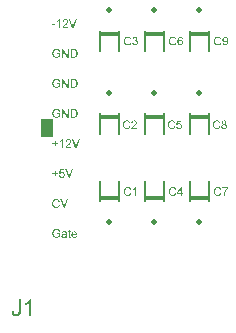
<source format=gto>
%FSLAX33Y33*%
%MOMM*%
%ADD10C,0.15*%
%ADD11C,0.3*%
%ADD12C,0.5*%
%ADD13R,1.X1.5*%
%ADD14C,0.5*%
D10*
%LNtop silkscreen_traces*%
%LNtop silkscreen component 868628c6aa7037bb*%
G01*
X12789Y20931D02*
X12789Y19201D01*
X14389Y20931D02*
X14389Y19201D01*
D11*
X12859Y20642D02*
X14319Y20642D01*
D12*
X13589Y22676D03*
G36*
X15368Y19966D02*
X15463Y19942D01*
X15445Y19887D01*
X15421Y19839D01*
X15392Y19798D01*
X15356Y19764D01*
X15315Y19737D01*
X15270Y19718D01*
X15220Y19707D01*
X15167Y19703D01*
X15111Y19706D01*
X15062Y19715D01*
X15017Y19729D01*
X14978Y19750D01*
X14944Y19776D01*
X14915Y19808D01*
X14889Y19844D01*
X14868Y19886D01*
X14851Y19932D01*
X14840Y19979D01*
X14833Y20028D01*
X14830Y20078D01*
X14833Y20132D01*
X14841Y20183D01*
X14854Y20230D01*
X14873Y20273D01*
X14897Y20312D01*
X14925Y20347D01*
X14957Y20376D01*
X14994Y20400D01*
X15035Y20419D01*
X15077Y20432D01*
X15122Y20440D01*
X15168Y20443D01*
X15220Y20440D01*
X15267Y20429D01*
X15310Y20412D01*
X15349Y20388D01*
X15383Y20358D01*
X15411Y20323D01*
X15434Y20281D01*
X15451Y20235D01*
X15358Y20213D01*
X15344Y20249D01*
X15327Y20280D01*
X15308Y20306D01*
X15285Y20326D01*
X15260Y20342D01*
X15232Y20353D01*
X15200Y20360D01*
X15166Y20362D01*
X15127Y20360D01*
X15090Y20352D01*
X15058Y20340D01*
X15028Y20322D01*
X15003Y20301D01*
X14981Y20276D01*
X14964Y20248D01*
X14950Y20216D01*
X14940Y20183D01*
X14933Y20149D01*
X14929Y20114D01*
X14928Y20079D01*
X14929Y20035D01*
X14934Y19993D01*
X14943Y19955D01*
X14954Y19919D01*
X14970Y19887D01*
X14988Y19860D01*
X15011Y19837D01*
X15037Y19818D01*
X15066Y19803D01*
X15096Y19792D01*
X15127Y19786D01*
X15159Y19784D01*
X15197Y19787D01*
X15232Y19795D01*
X15264Y19810D01*
X15294Y19830D01*
X15319Y19855D01*
X15340Y19887D01*
X15356Y19924D01*
X15368Y19966D01*
X15368Y19966D01*
X16000Y20256D02*
X15913Y20249D01*
X15906Y20273D01*
X15899Y20293D01*
X15890Y20310D01*
X15879Y20324D01*
X15861Y20340D01*
X15840Y20352D01*
X15817Y20359D01*
X15792Y20361D01*
X15771Y20360D01*
X15752Y20356D01*
X15734Y20348D01*
X15718Y20338D01*
X15698Y20321D01*
X15681Y20301D01*
X15665Y20277D01*
X15652Y20250D01*
X15642Y20218D01*
X15634Y20179D01*
X15629Y20135D01*
X15628Y20084D01*
X15674Y20048D01*
X15665Y20036D01*
X15652Y20010D01*
X15644Y19980D01*
X15641Y19947D01*
X15641Y19947D01*
X15642Y19924D01*
X15646Y19902D01*
X15652Y19881D01*
X15660Y19860D01*
X15671Y19841D01*
X15684Y19823D01*
X15698Y19809D01*
X15714Y19797D01*
X15732Y19787D01*
X15750Y19780D01*
X15768Y19776D01*
X15787Y19775D01*
X15814Y19778D01*
X15839Y19786D01*
X15862Y19800D01*
X15883Y19820D01*
X15900Y19844D01*
X15913Y19873D01*
X15920Y19905D01*
X15923Y19942D01*
X15920Y19977D01*
X15913Y20008D01*
X15901Y20036D01*
X15883Y20059D01*
X15862Y20078D01*
X15839Y20091D01*
X15813Y20099D01*
X15784Y20102D01*
X15755Y20099D01*
X15729Y20091D01*
X15705Y20078D01*
X15683Y20059D01*
X15674Y20048D01*
X15628Y20084D01*
X15644Y20107D01*
X15663Y20126D01*
X15683Y20143D01*
X15705Y20156D01*
X15728Y20166D01*
X15752Y20173D01*
X15776Y20178D01*
X15801Y20179D01*
X15844Y20175D01*
X15883Y20163D01*
X15918Y20143D01*
X15951Y20115D01*
X15978Y20080D01*
X15997Y20041D01*
X16009Y19996D01*
X16013Y19947D01*
X16011Y19914D01*
X16006Y19882D01*
X15996Y19852D01*
X15984Y19822D01*
X15968Y19795D01*
X15949Y19771D01*
X15928Y19751D01*
X15904Y19734D01*
X15878Y19720D01*
X15850Y19710D01*
X15820Y19705D01*
X15789Y19703D01*
X15736Y19708D01*
X15689Y19723D01*
X15647Y19748D01*
X15609Y19784D01*
X15579Y19831D01*
X15557Y19891D01*
X15544Y19964D01*
X15540Y20050D01*
X15545Y20147D01*
X15559Y20229D01*
X15583Y20298D01*
X15617Y20352D01*
X15653Y20388D01*
X15695Y20413D01*
X15743Y20429D01*
X15797Y20434D01*
X15837Y20431D01*
X15874Y20422D01*
X15907Y20407D01*
X15935Y20386D01*
X15960Y20360D01*
X15979Y20330D01*
X15992Y20295D01*
X16000Y20256D01*
X16000Y20256D01*
G37*
%LNtop silkscreen component 62b3e2272320442a*%
D10*
X8979Y20931D02*
X8979Y19201D01*
X10579Y20931D02*
X10579Y19201D01*
D11*
X9049Y20642D02*
X10509Y20642D01*
D12*
X9779Y22676D03*
G36*
X11558Y19966D02*
X11653Y19942D01*
X11635Y19887D01*
X11611Y19839D01*
X11582Y19798D01*
X11546Y19764D01*
X11505Y19737D01*
X11460Y19718D01*
X11410Y19707D01*
X11357Y19703D01*
X11301Y19706D01*
X11252Y19715D01*
X11207Y19729D01*
X11168Y19750D01*
X11134Y19776D01*
X11105Y19808D01*
X11079Y19844D01*
X11058Y19886D01*
X11041Y19932D01*
X11030Y19979D01*
X11023Y20028D01*
X11020Y20078D01*
X11023Y20132D01*
X11031Y20183D01*
X11044Y20230D01*
X11063Y20273D01*
X11087Y20312D01*
X11115Y20347D01*
X11147Y20376D01*
X11184Y20400D01*
X11225Y20419D01*
X11267Y20432D01*
X11312Y20440D01*
X11358Y20443D01*
X11410Y20440D01*
X11457Y20429D01*
X11500Y20412D01*
X11539Y20388D01*
X11573Y20358D01*
X11601Y20323D01*
X11624Y20281D01*
X11641Y20235D01*
X11548Y20213D01*
X11534Y20249D01*
X11517Y20280D01*
X11498Y20306D01*
X11475Y20326D01*
X11450Y20342D01*
X11422Y20353D01*
X11390Y20360D01*
X11356Y20362D01*
X11317Y20360D01*
X11280Y20352D01*
X11248Y20340D01*
X11218Y20322D01*
X11193Y20301D01*
X11171Y20276D01*
X11154Y20248D01*
X11140Y20216D01*
X11130Y20183D01*
X11123Y20149D01*
X11119Y20114D01*
X11118Y20079D01*
X11119Y20035D01*
X11124Y19993D01*
X11133Y19955D01*
X11144Y19919D01*
X11160Y19887D01*
X11178Y19860D01*
X11201Y19837D01*
X11227Y19818D01*
X11256Y19803D01*
X11286Y19792D01*
X11317Y19786D01*
X11349Y19784D01*
X11387Y19787D01*
X11422Y19795D01*
X11454Y19810D01*
X11484Y19830D01*
X11509Y19855D01*
X11530Y19887D01*
X11546Y19924D01*
X11558Y19966D01*
X11558Y19966D01*
X11735Y19904D02*
X11822Y19916D01*
X11831Y19881D01*
X11843Y19851D01*
X11857Y19827D01*
X11874Y19808D01*
X11893Y19794D01*
X11914Y19783D01*
X11937Y19777D01*
X11963Y19775D01*
X11992Y19778D01*
X12020Y19786D01*
X12045Y19799D01*
X12067Y19818D01*
X12086Y19841D01*
X12099Y19866D01*
X12107Y19894D01*
X12110Y19924D01*
X12108Y19953D01*
X12100Y19980D01*
X12088Y20003D01*
X12070Y20024D01*
X12049Y20042D01*
X12026Y20054D01*
X11999Y20061D01*
X11970Y20064D01*
X11957Y20063D01*
X11942Y20061D01*
X11926Y20058D01*
X11908Y20054D01*
X11918Y20131D01*
X11922Y20131D01*
X11926Y20130D01*
X11929Y20130D01*
X11932Y20130D01*
X11959Y20132D01*
X11985Y20137D01*
X12010Y20147D01*
X12033Y20159D01*
X12053Y20176D01*
X12067Y20197D01*
X12075Y20221D01*
X12078Y20250D01*
X12076Y20273D01*
X12070Y20294D01*
X12059Y20313D01*
X12045Y20330D01*
X12028Y20344D01*
X12008Y20354D01*
X11985Y20360D01*
X11961Y20361D01*
X11936Y20359D01*
X11914Y20353D01*
X11893Y20343D01*
X11875Y20329D01*
X11860Y20311D01*
X11847Y20289D01*
X11838Y20263D01*
X11831Y20233D01*
X11743Y20248D01*
X11754Y20290D01*
X11770Y20327D01*
X11791Y20358D01*
X11817Y20385D01*
X11847Y20406D01*
X11881Y20422D01*
X11918Y20431D01*
X11959Y20434D01*
X11987Y20432D01*
X12015Y20427D01*
X12041Y20420D01*
X12067Y20409D01*
X12090Y20395D01*
X12110Y20379D01*
X12127Y20361D01*
X12142Y20340D01*
X12153Y20318D01*
X12162Y20295D01*
X12166Y20272D01*
X12168Y20248D01*
X12167Y20225D01*
X12162Y20203D01*
X12154Y20183D01*
X12143Y20163D01*
X12129Y20145D01*
X12112Y20129D01*
X12092Y20115D01*
X12069Y20103D01*
X12099Y20093D01*
X12126Y20080D01*
X12149Y20063D01*
X12168Y20042D01*
X12183Y20017D01*
X12194Y19990D01*
X12201Y19960D01*
X12203Y19926D01*
X12199Y19881D01*
X12186Y19840D01*
X12165Y19802D01*
X12135Y19767D01*
X12098Y19739D01*
X12058Y19719D01*
X12012Y19706D01*
X11962Y19702D01*
X11917Y19706D01*
X11876Y19716D01*
X11839Y19734D01*
X11806Y19758D01*
X11778Y19789D01*
X11757Y19823D01*
X11742Y19861D01*
X11735Y19904D01*
X11735Y19904D01*
G37*
%LNtop silkscreen component fd34238b57d531db*%
D13*
X4500Y12700D03*
G36*
X5314Y3711D02*
X5314Y3797D01*
X5622Y3797D01*
X5622Y3527D01*
X5586Y3501D01*
X5550Y3478D01*
X5513Y3458D01*
X5475Y3442D01*
X5437Y3430D01*
X5399Y3421D01*
X5360Y3415D01*
X5321Y3414D01*
X5268Y3416D01*
X5218Y3425D01*
X5171Y3439D01*
X5126Y3459D01*
X5085Y3485D01*
X5049Y3516D01*
X5019Y3551D01*
X4994Y3592D01*
X4974Y3637D01*
X4960Y3684D01*
X4952Y3734D01*
X4949Y3786D01*
X4952Y3838D01*
X4960Y3889D01*
X4974Y3937D01*
X4993Y3984D01*
X5018Y4027D01*
X5048Y4065D01*
X5082Y4096D01*
X5121Y4121D01*
X5164Y4141D01*
X5211Y4155D01*
X5260Y4163D01*
X5313Y4166D01*
X5352Y4164D01*
X5388Y4159D01*
X5423Y4151D01*
X5456Y4140D01*
X5486Y4126D01*
X5513Y4110D01*
X5536Y4091D01*
X5556Y4069D01*
X5573Y4044D01*
X5588Y4016D01*
X5600Y3985D01*
X5611Y3950D01*
X5524Y3926D01*
X5515Y3952D01*
X5506Y3976D01*
X5495Y3996D01*
X5483Y4013D01*
X5470Y4028D01*
X5454Y4042D01*
X5435Y4054D01*
X5414Y4064D01*
X5391Y4073D01*
X5366Y4079D01*
X5341Y4082D01*
X5314Y4083D01*
X5282Y4082D01*
X5252Y4078D01*
X5225Y4072D01*
X5200Y4063D01*
X5177Y4052D01*
X5156Y4040D01*
X5138Y4026D01*
X5122Y4010D01*
X5108Y3994D01*
X5096Y3976D01*
X5085Y3958D01*
X5076Y3938D01*
X5064Y3904D01*
X5055Y3868D01*
X5050Y3831D01*
X5048Y3792D01*
X5050Y3745D01*
X5057Y3703D01*
X5067Y3664D01*
X5082Y3629D01*
X5100Y3599D01*
X5123Y3572D01*
X5149Y3550D01*
X5179Y3532D01*
X5212Y3518D01*
X5245Y3508D01*
X5280Y3502D01*
X5315Y3500D01*
X5346Y3502D01*
X5377Y3506D01*
X5407Y3514D01*
X5437Y3524D01*
X5465Y3537D01*
X5490Y3549D01*
X5510Y3562D01*
X5528Y3576D01*
X5528Y3711D01*
X5314Y3711D01*
X5314Y3711D01*
X6096Y3491D02*
X6071Y3471D01*
X6068Y3469D01*
X6034Y3519D01*
X6050Y3533D01*
X6063Y3550D01*
X6074Y3568D01*
X6081Y3585D01*
X6085Y3606D01*
X6088Y3630D01*
X6089Y3658D01*
X6089Y3690D01*
X6089Y3690D01*
X6061Y3681D01*
X6028Y3672D01*
X5988Y3664D01*
X5943Y3657D01*
X5917Y3653D01*
X5896Y3648D01*
X5878Y3644D01*
X5865Y3639D01*
X5854Y3633D01*
X5845Y3627D01*
X5837Y3619D01*
X5830Y3610D01*
X5824Y3600D01*
X5820Y3590D01*
X5818Y3579D01*
X5817Y3567D01*
X5819Y3550D01*
X5824Y3535D01*
X5832Y3521D01*
X5844Y3508D01*
X5859Y3497D01*
X5878Y3490D01*
X5899Y3486D01*
X5923Y3484D01*
X5949Y3485D01*
X5972Y3490D01*
X5994Y3497D01*
X6015Y3507D01*
X6034Y3519D01*
X6068Y3469D01*
X6047Y3455D01*
X6024Y3442D01*
X6001Y3431D01*
X5977Y3424D01*
X5953Y3418D01*
X5928Y3415D01*
X5902Y3414D01*
X5861Y3417D01*
X5825Y3425D01*
X5794Y3438D01*
X5769Y3457D01*
X5748Y3479D01*
X5734Y3505D01*
X5725Y3533D01*
X5722Y3565D01*
X5723Y3584D01*
X5726Y3602D01*
X5732Y3619D01*
X5740Y3636D01*
X5749Y3651D01*
X5760Y3664D01*
X5772Y3676D01*
X5786Y3687D01*
X5800Y3696D01*
X5816Y3704D01*
X5833Y3711D01*
X5850Y3716D01*
X5865Y3720D01*
X5883Y3723D01*
X5905Y3726D01*
X5929Y3730D01*
X5980Y3736D01*
X6023Y3744D01*
X6060Y3752D01*
X6089Y3760D01*
X6089Y3769D01*
X6089Y3775D01*
X6089Y3780D01*
X6089Y3784D01*
X6088Y3809D01*
X6083Y3830D01*
X6075Y3847D01*
X6064Y3861D01*
X6045Y3874D01*
X6021Y3883D01*
X5994Y3889D01*
X5962Y3891D01*
X5933Y3889D01*
X5907Y3885D01*
X5886Y3878D01*
X5869Y3869D01*
X5855Y3856D01*
X5843Y3838D01*
X5833Y3817D01*
X5825Y3791D01*
X5737Y3803D01*
X5744Y3829D01*
X5753Y3853D01*
X5764Y3874D01*
X5777Y3893D01*
X5792Y3909D01*
X5810Y3924D01*
X5831Y3936D01*
X5855Y3946D01*
X5882Y3954D01*
X5911Y3960D01*
X5942Y3964D01*
X5975Y3965D01*
X6007Y3964D01*
X6036Y3961D01*
X6062Y3956D01*
X6085Y3949D01*
X6104Y3940D01*
X6121Y3931D01*
X6135Y3920D01*
X6147Y3909D01*
X6156Y3896D01*
X6164Y3882D01*
X6170Y3866D01*
X6174Y3848D01*
X6176Y3834D01*
X6178Y3816D01*
X6179Y3793D01*
X6179Y3766D01*
X6179Y3647D01*
X6179Y3590D01*
X6180Y3545D01*
X6182Y3511D01*
X6185Y3489D01*
X6188Y3473D01*
X6193Y3457D01*
X6199Y3441D01*
X6207Y3426D01*
X6114Y3426D01*
X6108Y3440D01*
X6103Y3456D01*
X6099Y3473D01*
X6096Y3491D01*
X6096Y3491D01*
X6512Y3506D02*
X6525Y3427D01*
X6507Y3424D01*
X6489Y3421D01*
X6473Y3420D01*
X6458Y3419D01*
X6435Y3420D01*
X6415Y3423D01*
X6397Y3428D01*
X6382Y3434D01*
X6370Y3443D01*
X6359Y3452D01*
X6351Y3463D01*
X6345Y3475D01*
X6340Y3491D01*
X6336Y3514D01*
X6334Y3544D01*
X6334Y3580D01*
X6334Y3883D01*
X6268Y3883D01*
X6268Y3953D01*
X6334Y3953D01*
X6334Y4083D01*
X6423Y4137D01*
X6423Y3953D01*
X6512Y3953D01*
X6512Y3883D01*
X6423Y3883D01*
X6423Y3575D01*
X6423Y3558D01*
X6424Y3544D01*
X6425Y3533D01*
X6427Y3526D01*
X6430Y3521D01*
X6433Y3516D01*
X6438Y3512D01*
X6443Y3509D01*
X6449Y3506D01*
X6456Y3504D01*
X6464Y3503D01*
X6473Y3502D01*
X6481Y3503D01*
X6490Y3503D01*
X6501Y3504D01*
X6512Y3506D01*
X6512Y3506D01*
X6960Y3596D02*
X7053Y3584D01*
X7039Y3546D01*
X7021Y3512D01*
X6999Y3483D01*
X6972Y3459D01*
X6940Y3439D01*
X6904Y3425D01*
X6865Y3417D01*
X6821Y3414D01*
X6766Y3419D01*
X6717Y3432D01*
X6674Y3454D01*
X6638Y3485D01*
X6608Y3524D01*
X6587Y3571D01*
X6574Y3624D01*
X6570Y3685D01*
X6574Y3748D01*
X6587Y3803D01*
X6608Y3851D01*
X6638Y3891D01*
X6675Y3923D01*
X6717Y3946D01*
X6764Y3960D01*
X6816Y3965D01*
X6823Y3964D01*
X6817Y3891D01*
X6787Y3889D01*
X6760Y3881D01*
X6736Y3868D01*
X6713Y3850D01*
X6695Y3828D01*
X6681Y3802D01*
X6672Y3773D01*
X6667Y3740D01*
X6667Y3740D01*
X6961Y3740D01*
X6957Y3771D01*
X6950Y3798D01*
X6940Y3821D01*
X6928Y3840D01*
X6905Y3862D01*
X6879Y3878D01*
X6849Y3888D01*
X6817Y3891D01*
X6823Y3964D01*
X6866Y3960D01*
X6912Y3947D01*
X6953Y3924D01*
X6989Y3893D01*
X7018Y3853D01*
X7039Y3806D01*
X7051Y3752D01*
X7056Y3690D01*
X7055Y3686D01*
X7055Y3680D01*
X7055Y3674D01*
X7055Y3667D01*
X6662Y3667D01*
X6667Y3626D01*
X6677Y3590D01*
X6692Y3559D01*
X6711Y3534D01*
X6735Y3513D01*
X6761Y3499D01*
X6790Y3490D01*
X6821Y3488D01*
X6845Y3489D01*
X6867Y3494D01*
X6887Y3502D01*
X6905Y3513D01*
X6922Y3528D01*
X6936Y3547D01*
X6949Y3569D01*
X6960Y3596D01*
X6960Y3596D01*
X5492Y6221D02*
X5589Y6197D01*
X5570Y6141D01*
X5546Y6092D01*
X5516Y6051D01*
X5480Y6016D01*
X5438Y5989D01*
X5392Y5969D01*
X5342Y5957D01*
X5287Y5954D01*
X5231Y5957D01*
X5181Y5966D01*
X5136Y5981D01*
X5096Y6001D01*
X5062Y6028D01*
X5031Y6060D01*
X5005Y6097D01*
X4984Y6140D01*
X4967Y6186D01*
X4955Y6234D01*
X4948Y6284D01*
X4946Y6335D01*
X4948Y6390D01*
X4956Y6441D01*
X4970Y6489D01*
X4989Y6533D01*
X5013Y6573D01*
X5042Y6608D01*
X5075Y6637D01*
X5113Y6662D01*
X5154Y6681D01*
X5197Y6695D01*
X5242Y6703D01*
X5289Y6706D01*
X5341Y6702D01*
X5389Y6692D01*
X5433Y6674D01*
X5472Y6650D01*
X5507Y6620D01*
X5536Y6583D01*
X5559Y6541D01*
X5576Y6494D01*
X5481Y6472D01*
X5467Y6509D01*
X5450Y6540D01*
X5431Y6566D01*
X5408Y6587D01*
X5382Y6603D01*
X5354Y6614D01*
X5322Y6621D01*
X5287Y6623D01*
X5247Y6621D01*
X5210Y6613D01*
X5177Y6601D01*
X5147Y6583D01*
X5121Y6561D01*
X5099Y6536D01*
X5081Y6507D01*
X5068Y6475D01*
X5058Y6441D01*
X5051Y6406D01*
X5046Y6371D01*
X5045Y6336D01*
X5047Y6291D01*
X5052Y6249D01*
X5060Y6210D01*
X5072Y6174D01*
X5087Y6141D01*
X5106Y6113D01*
X5129Y6089D01*
X5156Y6070D01*
X5185Y6055D01*
X5215Y6045D01*
X5247Y6038D01*
X5279Y6036D01*
X5318Y6039D01*
X5354Y6048D01*
X5387Y6062D01*
X5416Y6083D01*
X5442Y6109D01*
X5463Y6141D01*
X5480Y6178D01*
X5492Y6221D01*
X5492Y6221D01*
X5915Y5966D02*
X5633Y6693D01*
X5737Y6693D01*
X5926Y6165D01*
X5937Y6134D01*
X5947Y6103D01*
X5956Y6074D01*
X5965Y6046D01*
X5973Y6076D01*
X5983Y6105D01*
X5993Y6135D01*
X6004Y6165D01*
X6200Y6693D01*
X6298Y6693D01*
X6014Y5966D01*
X5915Y5966D01*
X5915Y5966D01*
X5149Y8624D02*
X5149Y8823D01*
X4952Y8823D01*
X4952Y8906D01*
X5149Y8906D01*
X5149Y9104D01*
X5234Y9104D01*
X5234Y8906D01*
X5432Y8906D01*
X5432Y8823D01*
X5234Y8823D01*
X5234Y8624D01*
X5149Y8624D01*
X5149Y8624D01*
X5531Y8697D02*
X5624Y8704D01*
X5631Y8672D01*
X5642Y8644D01*
X5655Y8621D01*
X5673Y8601D01*
X5693Y8586D01*
X5715Y8576D01*
X5738Y8569D01*
X5764Y8567D01*
X5795Y8570D01*
X5824Y8579D01*
X5850Y8594D01*
X5873Y8616D01*
X5893Y8642D01*
X5907Y8672D01*
X5915Y8706D01*
X5918Y8745D01*
X5915Y8781D01*
X5907Y8813D01*
X5894Y8841D01*
X5875Y8865D01*
X5852Y8884D01*
X5826Y8898D01*
X5796Y8907D01*
X5763Y8909D01*
X5742Y8908D01*
X5722Y8904D01*
X5703Y8898D01*
X5685Y8890D01*
X5668Y8879D01*
X5654Y8867D01*
X5641Y8854D01*
X5630Y8839D01*
X5546Y8850D01*
X5617Y9223D01*
X5978Y9223D01*
X5978Y9138D01*
X5688Y9138D01*
X5649Y8943D01*
X5682Y8963D01*
X5716Y8977D01*
X5751Y8985D01*
X5786Y8988D01*
X5832Y8984D01*
X5874Y8972D01*
X5913Y8951D01*
X5947Y8922D01*
X5976Y8887D01*
X5996Y8847D01*
X6009Y8802D01*
X6013Y8753D01*
X6009Y8705D01*
X5998Y8661D01*
X5980Y8620D01*
X5955Y8582D01*
X5917Y8543D01*
X5872Y8516D01*
X5822Y8499D01*
X5764Y8494D01*
X5717Y8497D01*
X5674Y8507D01*
X5636Y8525D01*
X5602Y8549D01*
X5574Y8579D01*
X5553Y8614D01*
X5538Y8653D01*
X5531Y8697D01*
X5531Y8697D01*
X6340Y8506D02*
X6058Y9233D01*
X6162Y9233D01*
X6351Y8705D01*
X6362Y8674D01*
X6372Y8643D01*
X6381Y8614D01*
X6389Y8586D01*
X6398Y8616D01*
X6407Y8645D01*
X6418Y8675D01*
X6428Y8705D01*
X6625Y9233D01*
X6723Y9233D01*
X6438Y8506D01*
X6340Y8506D01*
X6340Y8506D01*
X5149Y11164D02*
X5149Y11363D01*
X4952Y11363D01*
X4952Y11446D01*
X5149Y11446D01*
X5149Y11644D01*
X5234Y11644D01*
X5234Y11446D01*
X5432Y11446D01*
X5432Y11363D01*
X5234Y11363D01*
X5234Y11164D01*
X5149Y11164D01*
X5149Y11164D01*
X5867Y11046D02*
X5778Y11046D01*
X5778Y11615D01*
X5760Y11600D01*
X5740Y11584D01*
X5718Y11569D01*
X5693Y11554D01*
X5667Y11539D01*
X5643Y11527D01*
X5620Y11516D01*
X5599Y11507D01*
X5599Y11594D01*
X5635Y11612D01*
X5669Y11633D01*
X5701Y11655D01*
X5730Y11679D01*
X5756Y11704D01*
X5778Y11728D01*
X5796Y11752D01*
X5809Y11776D01*
X5867Y11776D01*
X5867Y11046D01*
X5867Y11046D01*
X6565Y11132D02*
X6565Y11046D01*
X6084Y11046D01*
X6084Y11062D01*
X6086Y11078D01*
X6090Y11093D01*
X6095Y11108D01*
X6105Y11132D01*
X6118Y11157D01*
X6135Y11181D01*
X6153Y11205D01*
X6176Y11229D01*
X6203Y11256D01*
X6234Y11285D01*
X6270Y11315D01*
X6325Y11361D01*
X6370Y11402D01*
X6405Y11438D01*
X6430Y11469D01*
X6449Y11497D01*
X6462Y11524D01*
X6470Y11551D01*
X6472Y11576D01*
X6470Y11602D01*
X6463Y11625D01*
X6451Y11647D01*
X6434Y11666D01*
X6414Y11682D01*
X6390Y11693D01*
X6364Y11700D01*
X6335Y11702D01*
X6305Y11700D01*
X6277Y11693D01*
X6253Y11681D01*
X6232Y11664D01*
X6215Y11642D01*
X6203Y11617D01*
X6195Y11589D01*
X6193Y11556D01*
X6101Y11566D01*
X6109Y11614D01*
X6123Y11656D01*
X6144Y11692D01*
X6172Y11722D01*
X6205Y11746D01*
X6244Y11763D01*
X6288Y11773D01*
X6337Y11776D01*
X6387Y11773D01*
X6431Y11762D01*
X6470Y11744D01*
X6503Y11718D01*
X6530Y11687D01*
X6549Y11653D01*
X6560Y11616D01*
X6564Y11574D01*
X6563Y11553D01*
X6559Y11531D01*
X6554Y11510D01*
X6546Y11489D01*
X6536Y11467D01*
X6522Y11445D01*
X6506Y11423D01*
X6487Y11400D01*
X6463Y11374D01*
X6432Y11344D01*
X6394Y11310D01*
X6349Y11272D01*
X6312Y11241D01*
X6283Y11215D01*
X6261Y11195D01*
X6246Y11180D01*
X6235Y11168D01*
X6225Y11156D01*
X6216Y11144D01*
X6208Y11132D01*
X6565Y11132D01*
X6565Y11132D01*
X6905Y11046D02*
X6623Y11773D01*
X6727Y11773D01*
X6916Y11245D01*
X6927Y11214D01*
X6937Y11183D01*
X6946Y11154D01*
X6954Y11126D01*
X6963Y11156D01*
X6973Y11185D01*
X6983Y11215D01*
X6994Y11245D01*
X7190Y11773D01*
X7288Y11773D01*
X7003Y11046D01*
X6905Y11046D01*
X6905Y11046D01*
X4927Y21424D02*
X4927Y21514D01*
X5202Y21514D01*
X5202Y21424D01*
X4927Y21424D01*
X4927Y21424D01*
X5612Y21206D02*
X5523Y21206D01*
X5523Y21775D01*
X5505Y21760D01*
X5485Y21744D01*
X5463Y21729D01*
X5438Y21714D01*
X5412Y21699D01*
X5388Y21687D01*
X5365Y21676D01*
X5344Y21667D01*
X5344Y21754D01*
X5380Y21772D01*
X5414Y21793D01*
X5446Y21815D01*
X5475Y21839D01*
X5501Y21864D01*
X5523Y21888D01*
X5541Y21912D01*
X5554Y21936D01*
X5612Y21936D01*
X5612Y21206D01*
X5612Y21206D01*
X6310Y21292D02*
X6310Y21206D01*
X5829Y21206D01*
X5829Y21222D01*
X5831Y21238D01*
X5835Y21253D01*
X5840Y21268D01*
X5850Y21292D01*
X5863Y21317D01*
X5880Y21341D01*
X5898Y21365D01*
X5921Y21389D01*
X5948Y21416D01*
X5979Y21445D01*
X6015Y21475D01*
X6070Y21521D01*
X6115Y21562D01*
X6150Y21598D01*
X6175Y21629D01*
X6194Y21657D01*
X6207Y21684D01*
X6214Y21711D01*
X6217Y21736D01*
X6215Y21762D01*
X6208Y21785D01*
X6196Y21807D01*
X6179Y21826D01*
X6159Y21842D01*
X6135Y21853D01*
X6109Y21860D01*
X6080Y21862D01*
X6050Y21860D01*
X6022Y21853D01*
X5998Y21841D01*
X5977Y21824D01*
X5960Y21802D01*
X5948Y21777D01*
X5940Y21749D01*
X5938Y21716D01*
X5846Y21726D01*
X5854Y21774D01*
X5868Y21816D01*
X5889Y21852D01*
X5917Y21882D01*
X5950Y21906D01*
X5989Y21923D01*
X6033Y21933D01*
X6082Y21936D01*
X6132Y21933D01*
X6176Y21922D01*
X6215Y21904D01*
X6248Y21878D01*
X6275Y21847D01*
X6294Y21813D01*
X6305Y21776D01*
X6309Y21734D01*
X6308Y21713D01*
X6304Y21691D01*
X6299Y21670D01*
X6291Y21649D01*
X6281Y21627D01*
X6267Y21605D01*
X6251Y21583D01*
X6232Y21560D01*
X6208Y21534D01*
X6177Y21504D01*
X6139Y21470D01*
X6094Y21432D01*
X6057Y21401D01*
X6028Y21375D01*
X6006Y21355D01*
X5991Y21340D01*
X5980Y21328D01*
X5970Y21316D01*
X5961Y21304D01*
X5953Y21292D01*
X6310Y21292D01*
X6310Y21292D01*
X6650Y21206D02*
X6368Y21933D01*
X6472Y21933D01*
X6661Y21405D01*
X6672Y21374D01*
X6682Y21343D01*
X6691Y21314D01*
X6699Y21286D01*
X6708Y21316D01*
X6718Y21345D01*
X6728Y21375D01*
X6738Y21405D01*
X6935Y21933D01*
X7033Y21933D01*
X6748Y21206D01*
X6650Y21206D01*
X6650Y21206D01*
X5314Y18951D02*
X5314Y19037D01*
X5622Y19037D01*
X5622Y18767D01*
X5586Y18741D01*
X5550Y18718D01*
X5513Y18698D01*
X5475Y18682D01*
X5437Y18670D01*
X5399Y18661D01*
X5360Y18655D01*
X5321Y18654D01*
X5268Y18656D01*
X5218Y18665D01*
X5171Y18679D01*
X5126Y18699D01*
X5085Y18725D01*
X5049Y18756D01*
X5019Y18791D01*
X4994Y18832D01*
X4974Y18877D01*
X4960Y18924D01*
X4952Y18974D01*
X4949Y19026D01*
X4952Y19078D01*
X4960Y19129D01*
X4974Y19177D01*
X4993Y19224D01*
X5018Y19267D01*
X5048Y19305D01*
X5082Y19336D01*
X5121Y19361D01*
X5164Y19381D01*
X5211Y19395D01*
X5260Y19403D01*
X5313Y19406D01*
X5352Y19404D01*
X5388Y19399D01*
X5423Y19391D01*
X5456Y19380D01*
X5486Y19366D01*
X5513Y19350D01*
X5536Y19331D01*
X5556Y19309D01*
X5573Y19284D01*
X5588Y19256D01*
X5600Y19225D01*
X5611Y19190D01*
X5524Y19166D01*
X5515Y19192D01*
X5506Y19216D01*
X5495Y19236D01*
X5483Y19253D01*
X5470Y19268D01*
X5454Y19282D01*
X5435Y19294D01*
X5414Y19304D01*
X5391Y19313D01*
X5366Y19319D01*
X5341Y19322D01*
X5314Y19323D01*
X5282Y19322D01*
X5252Y19318D01*
X5225Y19312D01*
X5200Y19303D01*
X5177Y19292D01*
X5156Y19280D01*
X5138Y19266D01*
X5122Y19250D01*
X5108Y19234D01*
X5096Y19216D01*
X5085Y19198D01*
X5076Y19178D01*
X5064Y19144D01*
X5055Y19108D01*
X5050Y19071D01*
X5048Y19032D01*
X5050Y18985D01*
X5057Y18943D01*
X5067Y18904D01*
X5082Y18869D01*
X5100Y18839D01*
X5123Y18812D01*
X5149Y18790D01*
X5179Y18772D01*
X5212Y18758D01*
X5245Y18748D01*
X5280Y18742D01*
X5315Y18740D01*
X5346Y18742D01*
X5377Y18746D01*
X5407Y18754D01*
X5437Y18764D01*
X5465Y18777D01*
X5490Y18789D01*
X5510Y18802D01*
X5528Y18816D01*
X5528Y18951D01*
X5314Y18951D01*
X5314Y18951D01*
X5763Y18666D02*
X5763Y19393D01*
X5861Y19393D01*
X6243Y18822D01*
X6243Y19393D01*
X6336Y19393D01*
X6336Y18666D01*
X6237Y18666D01*
X5855Y19238D01*
X5855Y18666D01*
X5763Y18666D01*
X5763Y18666D01*
X6497Y18666D02*
X6497Y19393D01*
X6746Y19393D01*
X6746Y19307D01*
X6594Y19307D01*
X6594Y18752D01*
X6594Y18752D01*
X6749Y18752D01*
X6783Y18753D01*
X6813Y18755D01*
X6839Y18759D01*
X6862Y18765D01*
X6881Y18773D01*
X6899Y18781D01*
X6914Y18791D01*
X6927Y18803D01*
X6943Y18822D01*
X6957Y18843D01*
X6970Y18868D01*
X6980Y18895D01*
X6989Y18925D01*
X6995Y18959D01*
X6998Y18995D01*
X6999Y19035D01*
X6997Y19089D01*
X6990Y19136D01*
X6978Y19177D01*
X6962Y19210D01*
X6942Y19239D01*
X6921Y19262D01*
X6897Y19280D01*
X6871Y19293D01*
X6849Y19299D01*
X6820Y19304D01*
X6786Y19307D01*
X6746Y19307D01*
X6746Y19393D01*
X6748Y19393D01*
X6788Y19393D01*
X6823Y19391D01*
X6853Y19387D01*
X6877Y19383D01*
X6908Y19374D01*
X6935Y19363D01*
X6961Y19348D01*
X6984Y19331D01*
X7011Y19305D01*
X7034Y19275D01*
X7054Y19243D01*
X7070Y19206D01*
X7083Y19167D01*
X7092Y19125D01*
X7097Y19081D01*
X7099Y19034D01*
X7097Y18993D01*
X7094Y18955D01*
X7088Y18920D01*
X7079Y18887D01*
X7069Y18856D01*
X7057Y18828D01*
X7044Y18803D01*
X7030Y18781D01*
X7014Y18761D01*
X6998Y18743D01*
X6981Y18728D01*
X6963Y18715D01*
X6945Y18704D01*
X6924Y18694D01*
X6901Y18685D01*
X6877Y18678D01*
X6850Y18673D01*
X6822Y18669D01*
X6792Y18667D01*
X6760Y18666D01*
X6497Y18666D01*
X6497Y18666D01*
X5314Y16411D02*
X5314Y16497D01*
X5622Y16497D01*
X5622Y16227D01*
X5586Y16201D01*
X5550Y16178D01*
X5513Y16158D01*
X5475Y16142D01*
X5437Y16130D01*
X5399Y16121D01*
X5360Y16115D01*
X5321Y16114D01*
X5268Y16116D01*
X5218Y16125D01*
X5171Y16139D01*
X5126Y16159D01*
X5085Y16185D01*
X5049Y16216D01*
X5019Y16251D01*
X4994Y16292D01*
X4974Y16337D01*
X4960Y16384D01*
X4952Y16434D01*
X4949Y16486D01*
X4952Y16538D01*
X4960Y16589D01*
X4974Y16637D01*
X4993Y16684D01*
X5018Y16727D01*
X5048Y16765D01*
X5082Y16796D01*
X5121Y16821D01*
X5164Y16841D01*
X5211Y16855D01*
X5260Y16863D01*
X5313Y16866D01*
X5352Y16864D01*
X5388Y16859D01*
X5423Y16851D01*
X5456Y16840D01*
X5486Y16826D01*
X5513Y16810D01*
X5536Y16791D01*
X5556Y16769D01*
X5573Y16744D01*
X5588Y16716D01*
X5600Y16685D01*
X5611Y16650D01*
X5524Y16626D01*
X5515Y16652D01*
X5506Y16676D01*
X5495Y16696D01*
X5483Y16713D01*
X5470Y16728D01*
X5454Y16742D01*
X5435Y16754D01*
X5414Y16764D01*
X5391Y16773D01*
X5366Y16779D01*
X5341Y16782D01*
X5314Y16783D01*
X5282Y16782D01*
X5252Y16778D01*
X5225Y16772D01*
X5200Y16763D01*
X5177Y16752D01*
X5156Y16740D01*
X5138Y16726D01*
X5122Y16710D01*
X5108Y16694D01*
X5096Y16676D01*
X5085Y16658D01*
X5076Y16638D01*
X5064Y16604D01*
X5055Y16568D01*
X5050Y16531D01*
X5048Y16492D01*
X5050Y16445D01*
X5057Y16403D01*
X5067Y16364D01*
X5082Y16329D01*
X5100Y16299D01*
X5123Y16272D01*
X5149Y16250D01*
X5179Y16232D01*
X5212Y16218D01*
X5245Y16208D01*
X5280Y16202D01*
X5315Y16200D01*
X5346Y16202D01*
X5377Y16206D01*
X5407Y16214D01*
X5437Y16224D01*
X5465Y16237D01*
X5490Y16249D01*
X5510Y16262D01*
X5528Y16276D01*
X5528Y16411D01*
X5314Y16411D01*
X5314Y16411D01*
X5763Y16126D02*
X5763Y16853D01*
X5861Y16853D01*
X6243Y16282D01*
X6243Y16853D01*
X6336Y16853D01*
X6336Y16126D01*
X6237Y16126D01*
X5855Y16698D01*
X5855Y16126D01*
X5763Y16126D01*
X5763Y16126D01*
X6497Y16126D02*
X6497Y16853D01*
X6746Y16853D01*
X6746Y16767D01*
X6594Y16767D01*
X6594Y16212D01*
X6594Y16212D01*
X6749Y16212D01*
X6783Y16213D01*
X6813Y16215D01*
X6839Y16219D01*
X6862Y16225D01*
X6881Y16233D01*
X6899Y16241D01*
X6914Y16251D01*
X6927Y16263D01*
X6943Y16282D01*
X6957Y16303D01*
X6970Y16328D01*
X6980Y16355D01*
X6989Y16385D01*
X6995Y16419D01*
X6998Y16455D01*
X6999Y16495D01*
X6997Y16549D01*
X6990Y16596D01*
X6978Y16637D01*
X6962Y16670D01*
X6942Y16699D01*
X6921Y16722D01*
X6897Y16740D01*
X6871Y16753D01*
X6849Y16759D01*
X6820Y16764D01*
X6786Y16767D01*
X6746Y16767D01*
X6746Y16853D01*
X6748Y16853D01*
X6788Y16853D01*
X6823Y16851D01*
X6853Y16847D01*
X6877Y16843D01*
X6908Y16834D01*
X6935Y16823D01*
X6961Y16808D01*
X6984Y16791D01*
X7011Y16765D01*
X7034Y16735D01*
X7054Y16703D01*
X7070Y16666D01*
X7083Y16627D01*
X7092Y16585D01*
X7097Y16541D01*
X7099Y16494D01*
X7097Y16453D01*
X7094Y16415D01*
X7088Y16380D01*
X7079Y16347D01*
X7069Y16316D01*
X7057Y16288D01*
X7044Y16263D01*
X7030Y16241D01*
X7014Y16221D01*
X6998Y16203D01*
X6981Y16188D01*
X6963Y16175D01*
X6945Y16164D01*
X6924Y16154D01*
X6901Y16145D01*
X6877Y16138D01*
X6850Y16133D01*
X6822Y16129D01*
X6792Y16127D01*
X6760Y16126D01*
X6497Y16126D01*
X6497Y16126D01*
X5314Y13871D02*
X5314Y13957D01*
X5622Y13957D01*
X5622Y13687D01*
X5586Y13661D01*
X5550Y13638D01*
X5513Y13618D01*
X5475Y13602D01*
X5437Y13590D01*
X5399Y13581D01*
X5360Y13575D01*
X5321Y13574D01*
X5268Y13576D01*
X5218Y13585D01*
X5171Y13599D01*
X5126Y13619D01*
X5085Y13645D01*
X5049Y13676D01*
X5019Y13711D01*
X4994Y13752D01*
X4974Y13797D01*
X4960Y13844D01*
X4952Y13894D01*
X4949Y13946D01*
X4952Y13998D01*
X4960Y14049D01*
X4974Y14097D01*
X4993Y14144D01*
X5018Y14187D01*
X5048Y14225D01*
X5082Y14256D01*
X5121Y14281D01*
X5164Y14301D01*
X5211Y14315D01*
X5260Y14323D01*
X5313Y14326D01*
X5352Y14324D01*
X5388Y14319D01*
X5423Y14311D01*
X5456Y14300D01*
X5486Y14286D01*
X5513Y14270D01*
X5536Y14251D01*
X5556Y14229D01*
X5573Y14204D01*
X5588Y14176D01*
X5600Y14145D01*
X5611Y14110D01*
X5524Y14086D01*
X5515Y14112D01*
X5506Y14136D01*
X5495Y14156D01*
X5483Y14173D01*
X5470Y14188D01*
X5454Y14202D01*
X5435Y14214D01*
X5414Y14224D01*
X5391Y14233D01*
X5366Y14239D01*
X5341Y14242D01*
X5314Y14243D01*
X5282Y14242D01*
X5252Y14238D01*
X5225Y14232D01*
X5200Y14223D01*
X5177Y14212D01*
X5156Y14200D01*
X5138Y14186D01*
X5122Y14170D01*
X5108Y14154D01*
X5096Y14136D01*
X5085Y14118D01*
X5076Y14098D01*
X5064Y14064D01*
X5055Y14028D01*
X5050Y13991D01*
X5048Y13952D01*
X5050Y13905D01*
X5057Y13863D01*
X5067Y13824D01*
X5082Y13789D01*
X5100Y13759D01*
X5123Y13732D01*
X5149Y13710D01*
X5179Y13692D01*
X5212Y13678D01*
X5245Y13668D01*
X5280Y13662D01*
X5315Y13660D01*
X5346Y13662D01*
X5377Y13666D01*
X5407Y13674D01*
X5437Y13684D01*
X5465Y13697D01*
X5490Y13709D01*
X5510Y13722D01*
X5528Y13736D01*
X5528Y13871D01*
X5314Y13871D01*
X5314Y13871D01*
X5763Y13586D02*
X5763Y14313D01*
X5861Y14313D01*
X6243Y13742D01*
X6243Y14313D01*
X6336Y14313D01*
X6336Y13586D01*
X6237Y13586D01*
X5855Y14158D01*
X5855Y13586D01*
X5763Y13586D01*
X5763Y13586D01*
X6497Y13586D02*
X6497Y14313D01*
X6746Y14313D01*
X6746Y14227D01*
X6594Y14227D01*
X6594Y13672D01*
X6594Y13672D01*
X6749Y13672D01*
X6783Y13673D01*
X6813Y13675D01*
X6839Y13679D01*
X6862Y13685D01*
X6881Y13693D01*
X6899Y13701D01*
X6914Y13711D01*
X6927Y13723D01*
X6943Y13742D01*
X6957Y13763D01*
X6970Y13788D01*
X6980Y13815D01*
X6989Y13845D01*
X6995Y13879D01*
X6998Y13915D01*
X6999Y13955D01*
X6997Y14009D01*
X6990Y14056D01*
X6978Y14097D01*
X6962Y14130D01*
X6942Y14159D01*
X6921Y14182D01*
X6897Y14200D01*
X6871Y14213D01*
X6849Y14219D01*
X6820Y14224D01*
X6786Y14227D01*
X6746Y14227D01*
X6746Y14313D01*
X6748Y14313D01*
X6788Y14313D01*
X6823Y14311D01*
X6853Y14307D01*
X6877Y14303D01*
X6908Y14294D01*
X6935Y14283D01*
X6961Y14268D01*
X6984Y14251D01*
X7011Y14225D01*
X7034Y14195D01*
X7054Y14163D01*
X7070Y14126D01*
X7083Y14087D01*
X7092Y14045D01*
X7097Y14001D01*
X7099Y13954D01*
X7097Y13913D01*
X7094Y13875D01*
X7088Y13840D01*
X7079Y13807D01*
X7069Y13776D01*
X7057Y13748D01*
X7044Y13723D01*
X7030Y13701D01*
X7014Y13681D01*
X6998Y13663D01*
X6981Y13648D01*
X6963Y13635D01*
X6945Y13624D01*
X6924Y13614D01*
X6901Y13605D01*
X6877Y13598D01*
X6850Y13593D01*
X6822Y13589D01*
X6792Y13587D01*
X6760Y13586D01*
X6497Y13586D01*
X6497Y13586D01*
X1501Y-2794D02*
X1672Y-2770D01*
X1679Y-2846D01*
X1691Y-2908D01*
X1709Y-2958D01*
X1734Y-2995D01*
X1764Y-3021D01*
X1799Y-3040D01*
X1839Y-3052D01*
X1885Y-3055D01*
X1920Y-3053D01*
X1952Y-3047D01*
X1981Y-3037D01*
X2008Y-3023D01*
X2032Y-3005D01*
X2052Y-2984D01*
X2068Y-2960D01*
X2080Y-2934D01*
X2088Y-2902D01*
X2094Y-2861D01*
X2098Y-2812D01*
X2099Y-2755D01*
X2099Y-1768D01*
X2289Y-1768D01*
X2289Y-2744D01*
X2286Y-2829D01*
X2278Y-2903D01*
X2264Y-2968D01*
X2245Y-3022D01*
X2220Y-3069D01*
X2189Y-3109D01*
X2151Y-3144D01*
X2107Y-3173D01*
X2058Y-3195D01*
X2005Y-3211D01*
X1948Y-3221D01*
X1886Y-3224D01*
X1797Y-3218D01*
X1720Y-3197D01*
X1653Y-3163D01*
X1598Y-3116D01*
X1554Y-3055D01*
X1524Y-2981D01*
X1506Y-2894D01*
X1501Y-2794D01*
X1501Y-2794D01*
X3189Y-3200D02*
X3013Y-3200D01*
X3013Y-2080D01*
X2979Y-2110D01*
X2940Y-2140D01*
X2896Y-2171D01*
X2847Y-2201D01*
X2797Y-2229D01*
X2749Y-2254D01*
X2704Y-2275D01*
X2662Y-2292D01*
X2662Y-2122D01*
X2733Y-2085D01*
X2800Y-2045D01*
X2862Y-2001D01*
X2919Y-1954D01*
X2971Y-1905D01*
X3014Y-1857D01*
X3049Y-1809D01*
X3076Y-1762D01*
X3189Y-1762D01*
X3189Y-3200D01*
X3189Y-3200D01*
G37*
%LNtop silkscreen component 95d8b9a3a25ae001*%
D10*
X16599Y13946D02*
X16599Y12216D01*
X18199Y13946D02*
X18199Y12216D01*
D11*
X16669Y13657D02*
X18129Y13657D01*
D12*
X17399Y15691D03*
G36*
X19083Y12886D02*
X19178Y12862D01*
X19160Y12807D01*
X19136Y12759D01*
X19107Y12718D01*
X19071Y12684D01*
X19030Y12657D01*
X18985Y12638D01*
X18935Y12627D01*
X18882Y12623D01*
X18826Y12626D01*
X18777Y12635D01*
X18732Y12649D01*
X18693Y12670D01*
X18659Y12696D01*
X18630Y12728D01*
X18604Y12764D01*
X18583Y12806D01*
X18566Y12852D01*
X18555Y12899D01*
X18548Y12948D01*
X18545Y12998D01*
X18548Y13052D01*
X18556Y13103D01*
X18569Y13150D01*
X18588Y13193D01*
X18612Y13232D01*
X18640Y13267D01*
X18672Y13296D01*
X18709Y13320D01*
X18750Y13339D01*
X18792Y13352D01*
X18837Y13360D01*
X18883Y13363D01*
X18935Y13360D01*
X18982Y13349D01*
X19025Y13332D01*
X19064Y13308D01*
X19098Y13278D01*
X19126Y13243D01*
X19149Y13201D01*
X19166Y13155D01*
X19073Y13133D01*
X19059Y13169D01*
X19042Y13200D01*
X19023Y13226D01*
X19000Y13246D01*
X18975Y13262D01*
X18947Y13273D01*
X18915Y13280D01*
X18881Y13282D01*
X18842Y13280D01*
X18805Y13272D01*
X18773Y13260D01*
X18743Y13242D01*
X18718Y13221D01*
X18696Y13196D01*
X18679Y13168D01*
X18665Y13136D01*
X18655Y13103D01*
X18648Y13069D01*
X18644Y13034D01*
X18643Y12999D01*
X18644Y12955D01*
X18649Y12913D01*
X18658Y12875D01*
X18669Y12839D01*
X18685Y12807D01*
X18703Y12780D01*
X18726Y12757D01*
X18752Y12738D01*
X18781Y12723D01*
X18811Y12712D01*
X18842Y12706D01*
X18874Y12704D01*
X18912Y12707D01*
X18947Y12715D01*
X18979Y12730D01*
X19009Y12750D01*
X19034Y12775D01*
X19055Y12807D01*
X19071Y12844D01*
X19083Y12886D01*
X19083Y12886D01*
X19394Y13023D02*
X19423Y12968D01*
X19411Y12962D01*
X19389Y12944D01*
X19371Y12922D01*
X19359Y12898D01*
X19351Y12871D01*
X19348Y12842D01*
X19348Y12842D01*
X19350Y12823D01*
X19353Y12805D01*
X19358Y12787D01*
X19366Y12769D01*
X19376Y12752D01*
X19388Y12738D01*
X19403Y12725D01*
X19419Y12714D01*
X19437Y12706D01*
X19456Y12700D01*
X19475Y12696D01*
X19495Y12695D01*
X19525Y12698D01*
X19552Y12705D01*
X19577Y12718D01*
X19599Y12736D01*
X19617Y12757D01*
X19630Y12782D01*
X19637Y12809D01*
X19640Y12839D01*
X19637Y12869D01*
X19629Y12897D01*
X19616Y12921D01*
X19598Y12944D01*
X19575Y12962D01*
X19550Y12975D01*
X19522Y12983D01*
X19492Y12985D01*
X19462Y12983D01*
X19435Y12975D01*
X19423Y12968D01*
X19394Y13023D01*
X19427Y13075D01*
X19447Y13065D01*
X19469Y13059D01*
X19494Y13057D01*
X19519Y13059D01*
X19541Y13065D01*
X19560Y13075D01*
X19578Y13089D01*
X19592Y13106D01*
X19602Y13124D01*
X19608Y13145D01*
X19610Y13167D01*
X19608Y13190D01*
X19602Y13212D01*
X19591Y13231D01*
X19577Y13249D01*
X19559Y13263D01*
X19539Y13273D01*
X19517Y13279D01*
X19493Y13281D01*
X19469Y13279D01*
X19447Y13273D01*
X19428Y13263D01*
X19410Y13249D01*
X19395Y13232D01*
X19385Y13214D01*
X19379Y13194D01*
X19377Y13172D01*
X19377Y13172D01*
X19379Y13148D01*
X19385Y13126D01*
X19395Y13106D01*
X19409Y13089D01*
X19427Y13075D01*
X19394Y13023D01*
X19369Y13034D01*
X19347Y13047D01*
X19328Y13063D01*
X19313Y13080D01*
X19302Y13100D01*
X19293Y13121D01*
X19289Y13144D01*
X19287Y13169D01*
X19290Y13207D01*
X19301Y13241D01*
X19318Y13272D01*
X19343Y13301D01*
X19373Y13324D01*
X19408Y13340D01*
X19448Y13350D01*
X19492Y13354D01*
X19537Y13350D01*
X19577Y13340D01*
X19612Y13323D01*
X19643Y13299D01*
X19668Y13271D01*
X19686Y13239D01*
X19697Y13204D01*
X19700Y13167D01*
X19699Y13143D01*
X19694Y13120D01*
X19686Y13099D01*
X19674Y13080D01*
X19660Y13063D01*
X19641Y13047D01*
X19620Y13034D01*
X19595Y13023D01*
X19626Y13011D01*
X19653Y12995D01*
X19676Y12976D01*
X19695Y12954D01*
X19710Y12929D01*
X19721Y12901D01*
X19728Y12872D01*
X19730Y12840D01*
X19726Y12796D01*
X19714Y12755D01*
X19693Y12718D01*
X19665Y12685D01*
X19630Y12658D01*
X19590Y12638D01*
X19544Y12627D01*
X19494Y12623D01*
X19443Y12627D01*
X19398Y12638D01*
X19358Y12658D01*
X19323Y12686D01*
X19295Y12719D01*
X19274Y12756D01*
X19262Y12797D01*
X19258Y12842D01*
X19260Y12876D01*
X19267Y12906D01*
X19278Y12934D01*
X19293Y12959D01*
X19313Y12981D01*
X19336Y12999D01*
X19363Y13013D01*
X19394Y13023D01*
X19394Y13023D01*
G37*
%LNtop silkscreen component 70e29820ef631711*%
D10*
X12789Y13946D02*
X12789Y12216D01*
X14389Y13946D02*
X14389Y12216D01*
D11*
X12859Y13657D02*
X14319Y13657D01*
D12*
X13589Y15691D03*
G36*
X15273Y12886D02*
X15368Y12862D01*
X15350Y12807D01*
X15326Y12759D01*
X15297Y12718D01*
X15261Y12684D01*
X15220Y12657D01*
X15175Y12638D01*
X15125Y12627D01*
X15072Y12623D01*
X15016Y12626D01*
X14967Y12635D01*
X14922Y12649D01*
X14883Y12670D01*
X14849Y12696D01*
X14820Y12728D01*
X14794Y12764D01*
X14773Y12806D01*
X14756Y12852D01*
X14745Y12899D01*
X14738Y12948D01*
X14735Y12998D01*
X14738Y13052D01*
X14746Y13103D01*
X14759Y13150D01*
X14778Y13193D01*
X14802Y13232D01*
X14830Y13267D01*
X14862Y13296D01*
X14899Y13320D01*
X14940Y13339D01*
X14982Y13352D01*
X15027Y13360D01*
X15073Y13363D01*
X15125Y13360D01*
X15172Y13349D01*
X15215Y13332D01*
X15254Y13308D01*
X15288Y13278D01*
X15316Y13243D01*
X15339Y13201D01*
X15356Y13155D01*
X15263Y13133D01*
X15249Y13169D01*
X15232Y13200D01*
X15213Y13226D01*
X15190Y13246D01*
X15165Y13262D01*
X15137Y13273D01*
X15105Y13280D01*
X15071Y13282D01*
X15032Y13280D01*
X14995Y13272D01*
X14963Y13260D01*
X14933Y13242D01*
X14908Y13221D01*
X14886Y13196D01*
X14869Y13168D01*
X14855Y13136D01*
X14845Y13103D01*
X14838Y13069D01*
X14834Y13034D01*
X14833Y12999D01*
X14834Y12955D01*
X14839Y12913D01*
X14848Y12875D01*
X14859Y12839D01*
X14875Y12807D01*
X14893Y12780D01*
X14916Y12757D01*
X14942Y12738D01*
X14971Y12723D01*
X15001Y12712D01*
X15032Y12706D01*
X15064Y12704D01*
X15102Y12707D01*
X15137Y12715D01*
X15169Y12730D01*
X15199Y12750D01*
X15224Y12775D01*
X15245Y12807D01*
X15261Y12844D01*
X15273Y12886D01*
X15273Y12886D01*
X15449Y12822D02*
X15541Y12830D01*
X15548Y12799D01*
X15558Y12771D01*
X15572Y12748D01*
X15589Y12729D01*
X15609Y12714D01*
X15630Y12704D01*
X15654Y12697D01*
X15679Y12695D01*
X15710Y12698D01*
X15738Y12707D01*
X15763Y12722D01*
X15786Y12743D01*
X15806Y12769D01*
X15819Y12799D01*
X15828Y12832D01*
X15830Y12870D01*
X15828Y12905D01*
X15820Y12937D01*
X15807Y12965D01*
X15788Y12989D01*
X15765Y13008D01*
X15739Y13021D01*
X15710Y13029D01*
X15678Y13032D01*
X15657Y13031D01*
X15637Y13027D01*
X15618Y13021D01*
X15601Y13013D01*
X15585Y13002D01*
X15570Y12991D01*
X15558Y12977D01*
X15547Y12963D01*
X15465Y12973D01*
X15534Y13341D01*
X15890Y13341D01*
X15890Y13257D01*
X15604Y13257D01*
X15566Y13065D01*
X15598Y13084D01*
X15632Y13098D01*
X15666Y13107D01*
X15701Y13110D01*
X15746Y13106D01*
X15787Y13093D01*
X15825Y13073D01*
X15859Y13045D01*
X15887Y13010D01*
X15908Y12970D01*
X15920Y12926D01*
X15924Y12878D01*
X15920Y12831D01*
X15909Y12787D01*
X15892Y12747D01*
X15867Y12710D01*
X15829Y12672D01*
X15786Y12645D01*
X15735Y12628D01*
X15679Y12623D01*
X15632Y12626D01*
X15590Y12636D01*
X15553Y12654D01*
X15520Y12677D01*
X15492Y12707D01*
X15471Y12741D01*
X15457Y12780D01*
X15449Y12822D01*
X15449Y12822D01*
G37*
%LNtop silkscreen component fe7c5379573a1454*%
D10*
X10579Y6501D02*
X10579Y8231D01*
X8979Y6501D02*
X8979Y8231D01*
D11*
X10509Y6790D02*
X9049Y6790D01*
D14*
X9779Y4756D03*
G36*
X11558Y7241D02*
X11653Y7217D01*
X11635Y7162D01*
X11611Y7114D01*
X11582Y7073D01*
X11546Y7039D01*
X11505Y7012D01*
X11460Y6993D01*
X11410Y6982D01*
X11357Y6978D01*
X11301Y6981D01*
X11252Y6990D01*
X11207Y7004D01*
X11168Y7025D01*
X11134Y7051D01*
X11105Y7083D01*
X11079Y7119D01*
X11058Y7161D01*
X11041Y7207D01*
X11030Y7254D01*
X11023Y7303D01*
X11020Y7353D01*
X11023Y7407D01*
X11031Y7458D01*
X11044Y7505D01*
X11063Y7548D01*
X11087Y7587D01*
X11115Y7622D01*
X11147Y7651D01*
X11184Y7675D01*
X11225Y7694D01*
X11267Y7707D01*
X11312Y7715D01*
X11358Y7718D01*
X11410Y7715D01*
X11457Y7704D01*
X11500Y7687D01*
X11539Y7663D01*
X11573Y7633D01*
X11601Y7598D01*
X11624Y7556D01*
X11641Y7510D01*
X11548Y7488D01*
X11534Y7524D01*
X11517Y7555D01*
X11498Y7581D01*
X11475Y7601D01*
X11450Y7617D01*
X11422Y7628D01*
X11390Y7635D01*
X11356Y7637D01*
X11317Y7635D01*
X11280Y7627D01*
X11248Y7615D01*
X11218Y7597D01*
X11193Y7576D01*
X11171Y7551D01*
X11154Y7523D01*
X11140Y7491D01*
X11130Y7458D01*
X11123Y7424D01*
X11119Y7389D01*
X11118Y7354D01*
X11119Y7310D01*
X11124Y7268D01*
X11133Y7230D01*
X11144Y7194D01*
X11160Y7162D01*
X11178Y7135D01*
X11201Y7112D01*
X11227Y7093D01*
X11256Y7078D01*
X11286Y7067D01*
X11317Y7061D01*
X11349Y7059D01*
X11387Y7062D01*
X11422Y7070D01*
X11454Y7085D01*
X11484Y7105D01*
X11509Y7130D01*
X11530Y7162D01*
X11546Y7199D01*
X11558Y7241D01*
X11558Y7241D01*
X12065Y6990D02*
X11977Y6990D01*
X11977Y7550D01*
X11960Y7535D01*
X11941Y7520D01*
X11918Y7505D01*
X11894Y7490D01*
X11869Y7475D01*
X11845Y7463D01*
X11823Y7453D01*
X11801Y7444D01*
X11801Y7529D01*
X11837Y7547D01*
X11871Y7567D01*
X11902Y7589D01*
X11930Y7613D01*
X11956Y7638D01*
X11977Y7662D01*
X11995Y7685D01*
X12008Y7709D01*
X12065Y7709D01*
X12065Y6990D01*
X12065Y6990D01*
G37*
%LNtop silkscreen component 8f66079ef4103477*%
D10*
X8979Y13946D02*
X8979Y12216D01*
X10579Y13946D02*
X10579Y12216D01*
D11*
X9049Y13657D02*
X10509Y13657D01*
D12*
X9779Y15691D03*
G36*
X11463Y12886D02*
X11558Y12862D01*
X11540Y12807D01*
X11516Y12759D01*
X11487Y12718D01*
X11451Y12684D01*
X11410Y12657D01*
X11365Y12638D01*
X11315Y12627D01*
X11262Y12623D01*
X11206Y12626D01*
X11157Y12635D01*
X11112Y12649D01*
X11073Y12670D01*
X11039Y12696D01*
X11010Y12728D01*
X10984Y12764D01*
X10963Y12806D01*
X10946Y12852D01*
X10935Y12899D01*
X10928Y12948D01*
X10925Y12998D01*
X10928Y13052D01*
X10936Y13103D01*
X10949Y13150D01*
X10968Y13193D01*
X10992Y13232D01*
X11020Y13267D01*
X11052Y13296D01*
X11089Y13320D01*
X11130Y13339D01*
X11172Y13352D01*
X11217Y13360D01*
X11263Y13363D01*
X11315Y13360D01*
X11362Y13349D01*
X11405Y13332D01*
X11444Y13308D01*
X11478Y13278D01*
X11506Y13243D01*
X11529Y13201D01*
X11546Y13155D01*
X11453Y13133D01*
X11439Y13169D01*
X11422Y13200D01*
X11403Y13226D01*
X11380Y13246D01*
X11355Y13262D01*
X11327Y13273D01*
X11295Y13280D01*
X11261Y13282D01*
X11222Y13280D01*
X11185Y13272D01*
X11153Y13260D01*
X11123Y13242D01*
X11098Y13221D01*
X11076Y13196D01*
X11059Y13168D01*
X11045Y13136D01*
X11035Y13103D01*
X11028Y13069D01*
X11024Y13034D01*
X11023Y12999D01*
X11024Y12955D01*
X11029Y12913D01*
X11038Y12875D01*
X11049Y12839D01*
X11065Y12807D01*
X11083Y12780D01*
X11106Y12757D01*
X11132Y12738D01*
X11161Y12723D01*
X11191Y12712D01*
X11222Y12706D01*
X11254Y12704D01*
X11292Y12707D01*
X11327Y12715D01*
X11359Y12730D01*
X11389Y12750D01*
X11414Y12775D01*
X11435Y12807D01*
X11451Y12844D01*
X11463Y12886D01*
X11463Y12886D01*
X12101Y12719D02*
X12101Y12635D01*
X11628Y12635D01*
X11628Y12651D01*
X11630Y12666D01*
X11633Y12681D01*
X11638Y12696D01*
X11648Y12720D01*
X11662Y12744D01*
X11677Y12768D01*
X11696Y12791D01*
X11718Y12816D01*
X11745Y12842D01*
X11776Y12870D01*
X11811Y12900D01*
X11865Y12945D01*
X11909Y12985D01*
X11943Y13021D01*
X11969Y13051D01*
X11987Y13079D01*
X11999Y13106D01*
X12007Y13132D01*
X12010Y13157D01*
X12007Y13182D01*
X12000Y13205D01*
X11989Y13226D01*
X11972Y13245D01*
X11952Y13261D01*
X11929Y13272D01*
X11903Y13279D01*
X11875Y13281D01*
X11845Y13279D01*
X11818Y13271D01*
X11794Y13260D01*
X11773Y13243D01*
X11757Y13222D01*
X11745Y13197D01*
X11737Y13169D01*
X11735Y13137D01*
X11644Y13147D01*
X11652Y13194D01*
X11666Y13236D01*
X11687Y13271D01*
X11714Y13301D01*
X11747Y13324D01*
X11785Y13341D01*
X11828Y13350D01*
X11877Y13354D01*
X11926Y13350D01*
X11969Y13339D01*
X12007Y13322D01*
X12040Y13297D01*
X12066Y13266D01*
X12085Y13233D01*
X12096Y13196D01*
X12100Y13155D01*
X12099Y13134D01*
X12096Y13112D01*
X12090Y13091D01*
X12082Y13071D01*
X12072Y13050D01*
X12059Y13028D01*
X12043Y13006D01*
X12024Y12983D01*
X12000Y12958D01*
X11970Y12929D01*
X11933Y12895D01*
X11889Y12857D01*
X11853Y12827D01*
X11824Y12801D01*
X11802Y12782D01*
X11787Y12767D01*
X11776Y12755D01*
X11766Y12743D01*
X11758Y12731D01*
X11750Y12719D01*
X12101Y12719D01*
X12101Y12719D01*
G37*
%LNtop silkscreen component ffc9bcd939fe1c4a*%
D10*
X18199Y6501D02*
X18199Y8231D01*
X16599Y6501D02*
X16599Y8231D01*
D11*
X18129Y6790D02*
X16669Y6790D01*
D14*
X17399Y4756D03*
G36*
X19178Y7241D02*
X19273Y7217D01*
X19255Y7162D01*
X19231Y7114D01*
X19202Y7073D01*
X19166Y7039D01*
X19125Y7012D01*
X19080Y6993D01*
X19030Y6982D01*
X18977Y6978D01*
X18921Y6981D01*
X18872Y6990D01*
X18827Y7004D01*
X18788Y7025D01*
X18754Y7051D01*
X18725Y7083D01*
X18699Y7119D01*
X18678Y7161D01*
X18661Y7207D01*
X18650Y7254D01*
X18643Y7303D01*
X18640Y7353D01*
X18643Y7407D01*
X18651Y7458D01*
X18664Y7505D01*
X18683Y7548D01*
X18707Y7587D01*
X18735Y7622D01*
X18767Y7651D01*
X18804Y7675D01*
X18845Y7694D01*
X18887Y7707D01*
X18932Y7715D01*
X18978Y7718D01*
X19030Y7715D01*
X19077Y7704D01*
X19120Y7687D01*
X19159Y7663D01*
X19193Y7633D01*
X19221Y7598D01*
X19244Y7556D01*
X19261Y7510D01*
X19168Y7488D01*
X19154Y7524D01*
X19137Y7555D01*
X19118Y7581D01*
X19095Y7601D01*
X19070Y7617D01*
X19042Y7628D01*
X19010Y7635D01*
X18976Y7637D01*
X18937Y7635D01*
X18900Y7627D01*
X18868Y7615D01*
X18838Y7597D01*
X18813Y7576D01*
X18791Y7551D01*
X18774Y7523D01*
X18760Y7491D01*
X18750Y7458D01*
X18743Y7424D01*
X18739Y7389D01*
X18738Y7354D01*
X18739Y7310D01*
X18744Y7268D01*
X18753Y7230D01*
X18764Y7194D01*
X18780Y7162D01*
X18798Y7135D01*
X18821Y7112D01*
X18847Y7093D01*
X18876Y7078D01*
X18906Y7067D01*
X18937Y7061D01*
X18969Y7059D01*
X19007Y7062D01*
X19042Y7070D01*
X19074Y7085D01*
X19104Y7105D01*
X19129Y7130D01*
X19150Y7162D01*
X19166Y7199D01*
X19178Y7241D01*
X19178Y7241D01*
X19360Y7612D02*
X19360Y7697D01*
X19823Y7697D01*
X19823Y7628D01*
X19789Y7589D01*
X19755Y7543D01*
X19721Y7492D01*
X19688Y7435D01*
X19656Y7374D01*
X19628Y7313D01*
X19604Y7250D01*
X19584Y7187D01*
X19572Y7141D01*
X19562Y7093D01*
X19555Y7042D01*
X19550Y6990D01*
X19460Y6990D01*
X19463Y7034D01*
X19469Y7083D01*
X19479Y7136D01*
X19493Y7194D01*
X19511Y7253D01*
X19532Y7312D01*
X19556Y7369D01*
X19584Y7425D01*
X19614Y7478D01*
X19645Y7527D01*
X19678Y7572D01*
X19710Y7612D01*
X19360Y7612D01*
X19360Y7612D01*
G37*
%LNtop silkscreen component 18bc913720ed4028*%
D10*
X14389Y6501D02*
X14389Y8231D01*
X12789Y6501D02*
X12789Y8231D01*
D11*
X14319Y6790D02*
X12859Y6790D01*
D14*
X13589Y4756D03*
G36*
X15368Y7241D02*
X15463Y7217D01*
X15445Y7162D01*
X15421Y7114D01*
X15392Y7073D01*
X15356Y7039D01*
X15315Y7012D01*
X15270Y6993D01*
X15220Y6982D01*
X15167Y6978D01*
X15111Y6981D01*
X15062Y6990D01*
X15017Y7004D01*
X14978Y7025D01*
X14944Y7051D01*
X14915Y7083D01*
X14889Y7119D01*
X14868Y7161D01*
X14851Y7207D01*
X14840Y7254D01*
X14833Y7303D01*
X14830Y7353D01*
X14833Y7407D01*
X14841Y7458D01*
X14854Y7505D01*
X14873Y7548D01*
X14897Y7587D01*
X14925Y7622D01*
X14957Y7651D01*
X14994Y7675D01*
X15035Y7694D01*
X15077Y7707D01*
X15122Y7715D01*
X15168Y7718D01*
X15220Y7715D01*
X15267Y7704D01*
X15310Y7687D01*
X15349Y7663D01*
X15383Y7633D01*
X15411Y7598D01*
X15434Y7556D01*
X15451Y7510D01*
X15358Y7488D01*
X15344Y7524D01*
X15327Y7555D01*
X15308Y7581D01*
X15285Y7601D01*
X15260Y7617D01*
X15232Y7628D01*
X15200Y7635D01*
X15166Y7637D01*
X15127Y7635D01*
X15090Y7627D01*
X15058Y7615D01*
X15028Y7597D01*
X15003Y7576D01*
X14981Y7551D01*
X14964Y7523D01*
X14950Y7491D01*
X14940Y7458D01*
X14933Y7424D01*
X14929Y7389D01*
X14928Y7354D01*
X14929Y7310D01*
X14934Y7268D01*
X14943Y7230D01*
X14954Y7194D01*
X14970Y7162D01*
X14988Y7135D01*
X15011Y7112D01*
X15037Y7093D01*
X15066Y7078D01*
X15096Y7067D01*
X15127Y7061D01*
X15159Y7059D01*
X15197Y7062D01*
X15232Y7070D01*
X15264Y7085D01*
X15294Y7105D01*
X15319Y7130D01*
X15340Y7162D01*
X15356Y7199D01*
X15368Y7241D01*
X15368Y7241D01*
X15826Y6990D02*
X15826Y7161D01*
X15515Y7161D01*
X15515Y7242D01*
X15770Y7604D01*
X15826Y7565D01*
X15602Y7242D01*
X15826Y7242D01*
X15826Y7242D01*
X15826Y7565D01*
X15770Y7604D01*
X15842Y7706D01*
X15914Y7706D01*
X15914Y7242D01*
X16010Y7242D01*
X16010Y7161D01*
X15914Y7161D01*
X15914Y6990D01*
X15826Y6990D01*
X15826Y6990D01*
G37*
%LNtop silkscreen component e4ae99b1e168a3db*%
D10*
X16599Y20931D02*
X16599Y19201D01*
X18199Y20931D02*
X18199Y19201D01*
D11*
X16669Y20642D02*
X18129Y20642D01*
D12*
X17399Y22676D03*
G36*
X19178Y19966D02*
X19273Y19942D01*
X19255Y19887D01*
X19231Y19839D01*
X19202Y19798D01*
X19166Y19764D01*
X19125Y19737D01*
X19080Y19718D01*
X19030Y19707D01*
X18977Y19703D01*
X18921Y19706D01*
X18872Y19715D01*
X18827Y19729D01*
X18788Y19750D01*
X18754Y19776D01*
X18725Y19808D01*
X18699Y19844D01*
X18678Y19886D01*
X18661Y19932D01*
X18650Y19979D01*
X18643Y20028D01*
X18640Y20078D01*
X18643Y20132D01*
X18651Y20183D01*
X18664Y20230D01*
X18683Y20273D01*
X18707Y20312D01*
X18735Y20347D01*
X18767Y20376D01*
X18804Y20400D01*
X18845Y20419D01*
X18887Y20432D01*
X18932Y20440D01*
X18978Y20443D01*
X19030Y20440D01*
X19077Y20429D01*
X19120Y20412D01*
X19159Y20388D01*
X19193Y20358D01*
X19221Y20323D01*
X19244Y20281D01*
X19261Y20235D01*
X19168Y20213D01*
X19154Y20249D01*
X19137Y20280D01*
X19118Y20306D01*
X19095Y20326D01*
X19070Y20342D01*
X19042Y20353D01*
X19010Y20360D01*
X18976Y20362D01*
X18937Y20360D01*
X18900Y20352D01*
X18868Y20340D01*
X18838Y20322D01*
X18813Y20301D01*
X18791Y20276D01*
X18774Y20248D01*
X18760Y20216D01*
X18750Y20183D01*
X18743Y20149D01*
X18739Y20114D01*
X18738Y20079D01*
X18739Y20035D01*
X18744Y19993D01*
X18753Y19955D01*
X18764Y19919D01*
X18780Y19887D01*
X18798Y19860D01*
X18821Y19837D01*
X18847Y19818D01*
X18876Y19803D01*
X18906Y19792D01*
X18937Y19786D01*
X18969Y19784D01*
X19007Y19787D01*
X19042Y19795D01*
X19074Y19810D01*
X19104Y19830D01*
X19129Y19855D01*
X19150Y19887D01*
X19166Y19924D01*
X19178Y19966D01*
X19178Y19966D01*
X19367Y19881D02*
X19452Y19888D01*
X19458Y19861D01*
X19467Y19837D01*
X19479Y19817D01*
X19493Y19802D01*
X19509Y19790D01*
X19527Y19782D01*
X19548Y19777D01*
X19570Y19775D01*
X19590Y19776D01*
X19608Y19780D01*
X19626Y19785D01*
X19641Y19794D01*
X19656Y19804D01*
X19669Y19815D01*
X19681Y19828D01*
X19691Y19843D01*
X19701Y19860D01*
X19709Y19880D01*
X19717Y19902D01*
X19724Y19927D01*
X19730Y19953D01*
X19734Y19980D01*
X19737Y20007D01*
X19737Y20034D01*
X19737Y20038D01*
X19737Y20042D01*
X19737Y20046D01*
X19737Y20052D01*
X19693Y20084D01*
X19705Y20101D01*
X19717Y20129D01*
X19725Y20161D01*
X19727Y20196D01*
X19727Y20196D01*
X19725Y20232D01*
X19717Y20264D01*
X19704Y20292D01*
X19687Y20317D01*
X19666Y20336D01*
X19642Y20350D01*
X19617Y20358D01*
X19590Y20361D01*
X19562Y20358D01*
X19535Y20349D01*
X19510Y20334D01*
X19488Y20313D01*
X19469Y20287D01*
X19455Y20258D01*
X19447Y20225D01*
X19444Y20189D01*
X19447Y20157D01*
X19455Y20127D01*
X19468Y20101D01*
X19486Y20078D01*
X19507Y20059D01*
X19532Y20046D01*
X19558Y20038D01*
X19587Y20035D01*
X19617Y20038D01*
X19643Y20046D01*
X19667Y20059D01*
X19688Y20078D01*
X19693Y20084D01*
X19737Y20052D01*
X19722Y20032D01*
X19706Y20014D01*
X19686Y19998D01*
X19665Y19984D01*
X19642Y19972D01*
X19617Y19964D01*
X19592Y19959D01*
X19566Y19958D01*
X19523Y19962D01*
X19484Y19974D01*
X19448Y19994D01*
X19416Y20022D01*
X19389Y20057D01*
X19369Y20097D01*
X19358Y20142D01*
X19354Y20192D01*
X19358Y20244D01*
X19370Y20290D01*
X19390Y20331D01*
X19418Y20367D01*
X19452Y20396D01*
X19491Y20417D01*
X19533Y20430D01*
X19579Y20434D01*
X19613Y20431D01*
X19646Y20424D01*
X19677Y20413D01*
X19707Y20396D01*
X19734Y20375D01*
X19758Y20351D01*
X19778Y20322D01*
X19795Y20289D01*
X19808Y20250D01*
X19817Y20204D01*
X19823Y20150D01*
X19825Y20088D01*
X19823Y20022D01*
X19817Y19964D01*
X19808Y19913D01*
X19795Y19869D01*
X19778Y19831D01*
X19758Y19797D01*
X19734Y19769D01*
X19706Y19745D01*
X19676Y19727D01*
X19642Y19713D01*
X19607Y19705D01*
X19568Y19703D01*
X19528Y19706D01*
X19492Y19714D01*
X19460Y19729D01*
X19431Y19749D01*
X19407Y19775D01*
X19389Y19806D01*
X19375Y19841D01*
X19367Y19881D01*
X19367Y19881D01*
G37*
M02*
</source>
